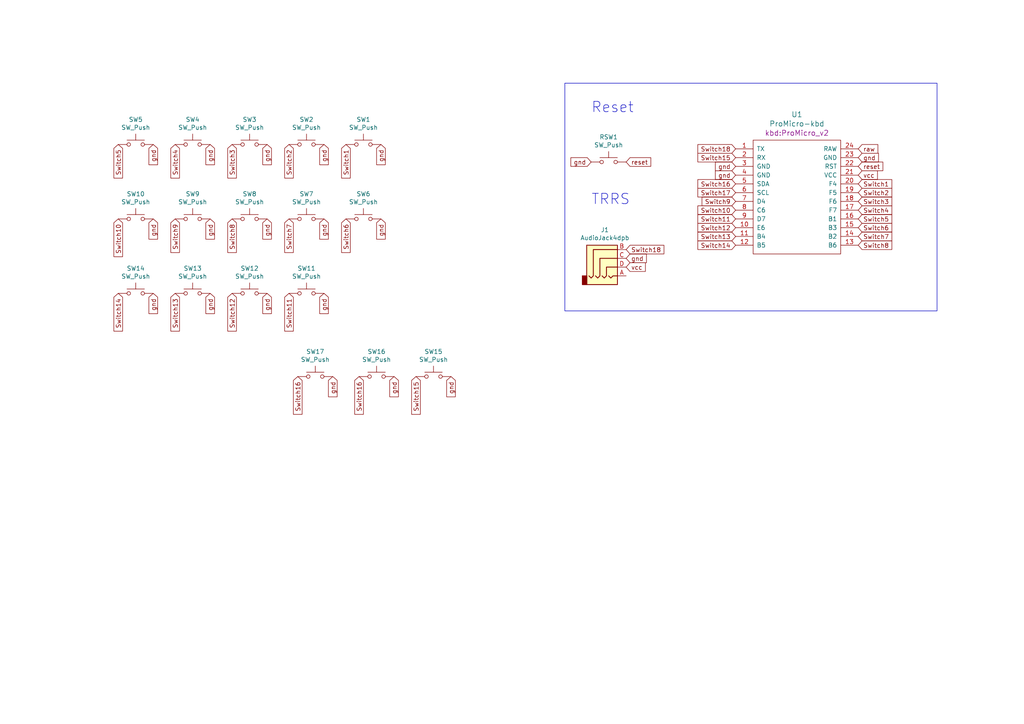
<source format=kicad_sch>
(kicad_sch (version 20230121) (generator eeschema)
  (paper "A4")
  (title_block (date "2024-03-04") (rev "0.1"))
  (lib_symbols
    (symbol "Switch:SW_Push" (pin_numbers hide) (pin_names (offset 1.016) hide)
      (property "Reference" "SW" (at 1.27 2.54 0))
      (property "Value" "SW_Push" (at 0 -1.524 0))
      (symbol "SW_Push_0_1"
        (circle (center -2.032 0) (radius 0.508))
        (polyline (pts (xy 0 1.27) (xy 0 3.048)))
        (polyline (pts (xy 2.54 1.27) (xy -2.54 1.27)))
        (circle (center 2.032 0) (radius 0.508))
        (pin passive line (at -5.08 0 0) (length 2.54) (name "1") (number "1"))
        (pin passive line (at 5.08 0 180) (length 2.54) (name "2") (number "2"))
      )
    )
    (symbol "half-swept-rescue:AudioJack4dpb-tokas_bp"
      (property "Reference" "J" (at 0 8.89 0))
      (property "Value" "AudioJack4dpb-tokas_bp" (at 0 6.35 0))
      (symbol "AudioJack4dpb-tokas_bp_0_1"
        (rectangle (start -6.35 -5.08) (end -7.62 -7.62) (stroke (width 0.254)) (fill (type outline)))
        (polyline (pts (xy 0 -5.08) (xy 0.635 -5.715) (xy 1.27 -5.08) (xy 2.54 -5.08)) (stroke (width 0.254)))
        (polyline (pts (xy -5.715 -5.08) (xy -5.08 -5.715) (xy -4.445 -5.08) (xy -4.445 2.54) (xy 2.54 2.54)) (stroke (width 0.254)))
        (polyline (pts (xy -1.905 -5.08) (xy -1.27 -5.715) (xy -0.635 -5.08) (xy -0.635 -2.54) (xy 2.54 -2.54)) (stroke (width 0.254)))
        (polyline (pts (xy 2.54 0) (xy -2.54 0) (xy -2.54 -5.08) (xy -3.175 -5.715) (xy -3.81 -5.08)) (stroke (width 0.254)))
        (rectangle (start 2.54 3.81) (end -6.35 -7.62) (stroke (width 0.254)) (fill (type background)))
      )
      (symbol "AudioJack4dpb-tokas_bp_1_1"
        (pin passive line (at 5.08 -5.08 180) (length 2.54) (name "~") (number "A"))
        (pin passive line (at 5.08 2.54 180) (length 2.54) (name "~") (number "B"))
        (pin passive line (at 5.08 0 180) (length 2.54) (name "~") (number "C"))
        (pin passive line (at 5.08 -2.54 180) (length 2.54) (name "~") (number "D"))
      )
    )
    (symbol "half-swept-rescue:ProMicro-kbd-bigblackpill-34key-rescue-sweepv2-rescue" (pin_names (offset 1.016))
      (property "Reference" "U" (at 0 24.13 0))
      (property "Value" "ProMicro-kbd-bigblackpill-34key-rescue-sweepv2-rescue" (at 0 -13.97 0))
      (symbol "ProMicro-kbd-bigblackpill-34key-rescue-sweepv2-rescue_0_1"
        (rectangle (start -12.7 21.59) (end 12.7 -11.43))
      )
      (symbol "ProMicro-kbd-bigblackpill-34key-rescue-sweepv2-rescue_1_1"
        (pin bidirectional line (at -17.78 19.05 0) (length 5.08) (name "TX") (number "1"))
        (pin bidirectional line (at -17.78 -3.81 0) (length 5.08) (name "E6") (number "10"))
        (pin bidirectional line (at -17.78 -6.35 0) (length 5.08) (name "B4") (number "11"))
        (pin bidirectional line (at -17.78 -8.89 0) (length 5.08) (name "B5") (number "12"))
        (pin bidirectional line (at 17.78 -8.89 180) (length 5.08) (name "B6") (number "13"))
        (pin bidirectional line (at 17.78 -6.35 180) (length 5.08) (name "B2") (number "14"))
        (pin bidirectional line (at 17.78 -3.81 180) (length 5.08) (name "B3") (number "15"))
        (pin bidirectional line (at 17.78 -1.27 180) (length 5.08) (name "B1") (number "16"))
        (pin bidirectional line (at 17.78 1.27 180) (length 5.08) (name "F7") (number "17"))
        (pin bidirectional line (at 17.78 3.81 180) (length 5.08) (name "F6") (number "18"))
        (pin bidirectional line (at 17.78 6.35 180) (length 5.08) (name "F5") (number "19"))
        (pin bidirectional line (at -17.78 16.51 0) (length 5.08) (name "RX") (number "2"))
        (pin bidirectional line (at 17.78 8.89 180) (length 5.08) (name "F4") (number "20"))
        (pin power_in line (at 17.78 11.43 180) (length 5.08) (name "VCC") (number "21"))
        (pin input line (at 17.78 13.97 180) (length 5.08) (name "RST") (number "22"))
        (pin power_in line (at 17.78 16.51 180) (length 5.08) (name "GND") (number "23"))
        (pin power_out line (at 17.78 19.05 180) (length 5.08) (name "RAW") (number "24"))
        (pin power_in line (at -17.78 13.97 0) (length 5.08) (name "GND") (number "3"))
        (pin power_in line (at -17.78 11.43 0) (length 5.08) (name "GND") (number "4"))
        (pin bidirectional line (at -17.78 8.89 0) (length 5.08) (name "SDA") (number "5"))
        (pin bidirectional line (at -17.78 6.35 0) (length 5.08) (name "SCL") (number "6"))
        (pin bidirectional line (at -17.78 3.81 0) (length 5.08) (name "D4") (number "7"))
        (pin bidirectional line (at -17.78 1.27 0) (length 5.08) (name "C6") (number "8"))
        (pin bidirectional line (at -17.78 -1.27 0) (length 5.08) (name "D7") (number "9"))
      )
    )
  )
  (rectangle (start 163.83 24.13) (end 271.78 90.17))
  (text "TRRS\n" (at 171.45 59.69 0) (effects (font (size 2.9972 2.9972)) (justify left bottom)))
  (text "Reset" (at 171.45 33.02 0) (effects (font (size 2.9972 2.9972)) (justify left bottom)))
  (global_label "Switch6" (shape input) (at 100.33 63.5 270) (property "Intersheetrefs" "${INTERSHEET_REFS}" (effects hide)))
  (global_label "gnd" (shape input) (at 93.98 85.09 270) (property "Intersheetrefs" "${INTERSHEET_REFS}" (effects hide)))
  (global_label "gnd" (shape input) (at 44.45 63.5 270) (property "Intersheetrefs" "${INTERSHEET_REFS}" (effects hide)))
  (global_label "Switch7" (shape input) (at 83.82 63.5 270) (property "Intersheetrefs" "${INTERSHEET_REFS}" (effects hide)))
  (global_label "gnd" (shape input) (at 213.36 48.26 180) (property "Intersheetrefs" "${INTERSHEET_REFS}" (effects hide)))
  (global_label "Switch8" (shape input) (at 67.31 63.5 270) (property "Intersheetrefs" "${INTERSHEET_REFS}" (effects hide)))
  (global_label "Switch12" (shape input) (at 213.36 66.04 180) (property "Intersheetrefs" "${INTERSHEET_REFS}" (effects hide)))
  (global_label "Switch16" (shape input) (at 104.14 109.22 270) (property "Intersheetrefs" "${INTERSHEET_REFS}" (effects hide)))
  (global_label "reset" (shape input) (at 248.92 48.26 0) (property "Intersheetrefs" "${INTERSHEET_REFS}" (effects hide)))
  (global_label "gnd" (shape input) (at 93.98 41.91 270) (property "Intersheetrefs" "${INTERSHEET_REFS}" (effects hide)))
  (global_label "gnd" (shape input) (at 110.49 63.5 270) (property "Intersheetrefs" "${INTERSHEET_REFS}" (effects hide)))
  (global_label "gnd" (shape input) (at 44.45 85.09 270) (property "Intersheetrefs" "${INTERSHEET_REFS}" (effects hide)))
  (global_label "Switch1" (shape input) (at 248.92 53.34 0) (property "Intersheetrefs" "${INTERSHEET_REFS}" (effects hide)))
  (global_label "Switch5" (shape input) (at 248.92 63.5 0) (property "Intersheetrefs" "${INTERSHEET_REFS}" (effects hide)))
  (global_label "Switch13" (shape input) (at 213.36 68.58 180) (property "Intersheetrefs" "${INTERSHEET_REFS}" (effects hide)))
  (global_label "Switch8" (shape input) (at 248.92 71.12 0) (property "Intersheetrefs" "${INTERSHEET_REFS}" (effects hide)))
  (global_label "Switch17" (shape input) (at 213.36 55.88 180) (property "Intersheetrefs" "${INTERSHEET_REFS}" (effects hide)))
  (global_label "raw" (shape input) (at 248.92 43.18 0) (property "Intersheetrefs" "${INTERSHEET_REFS}" (effects hide)))
  (global_label "Switch2" (shape input) (at 83.82 41.91 270) (property "Intersheetrefs" "${INTERSHEET_REFS}" (effects hide)))
  (global_label "Switch16" (shape input) (at 86.36 109.22 270) (property "Intersheetrefs" "${INTERSHEET_REFS}" (effects hide)))
  (global_label "vcc" (shape input) (at 248.92 50.8 0) (property "Intersheetrefs" "${INTERSHEET_REFS}" (effects hide)))
  (global_label "gnd" (shape input) (at 60.96 41.91 270) (property "Intersheetrefs" "${INTERSHEET_REFS}" (effects hide)))
  (global_label "gnd" (shape input) (at 171.45 46.99 180) (property "Intersheetrefs" "${INTERSHEET_REFS}" (effects hide)))
  (global_label "gnd" (shape input) (at 77.47 63.5 270) (property "Intersheetrefs" "${INTERSHEET_REFS}" (effects hide)))
  (global_label "reset" (shape input) (at 181.61 46.99 0) (property "Intersheetrefs" "${INTERSHEET_REFS}" (effects hide)))
  (global_label "Switch6" (shape input) (at 248.92 66.04 0) (property "Intersheetrefs" "${INTERSHEET_REFS}" (effects hide)))
  (global_label "Switch1" (shape input) (at 100.33 41.91 270) (property "Intersheetrefs" "${INTERSHEET_REFS}" (effects hide)))
  (global_label "gnd" (shape input) (at 130.81 109.22 270) (property "Intersheetrefs" "${INTERSHEET_REFS}" (effects hide)))
  (global_label "gnd" (shape input) (at 93.98 63.5 270) (property "Intersheetrefs" "${INTERSHEET_REFS}" (effects hide)))
  (global_label "Switch3" (shape input) (at 248.92 58.42 0) (property "Intersheetrefs" "${INTERSHEET_REFS}" (effects hide)))
  (global_label "Switch15" (shape input) (at 213.36 45.72 180) (property "Intersheetrefs" "${INTERSHEET_REFS}" (effects hide)))
  (global_label "gnd" (shape input) (at 181.61 74.93 0) (property "Intersheetrefs" "${INTERSHEET_REFS}" (effects hide)))
  (global_label "Switch2" (shape input) (at 248.92 55.88 0) (property "Intersheetrefs" "${INTERSHEET_REFS}" (effects hide)))
  (global_label "vcc" (shape input) (at 181.61 77.47 0) (property "Intersheetrefs" "${INTERSHEET_REFS}" (effects hide)))
  (global_label "Switch9" (shape input) (at 213.36 58.42 180) (property "Intersheetrefs" "${INTERSHEET_REFS}" (effects hide)))
  (global_label "Switch5" (shape input) (at 34.29 41.91 270) (property "Intersheetrefs" "${INTERSHEET_REFS}" (effects hide)))
  (global_label "gnd" (shape input) (at 248.92 45.72 0) (property "Intersheetrefs" "${INTERSHEET_REFS}" (effects hide)))
  (global_label "Switch14" (shape input) (at 34.29 85.09 270) (property "Intersheetrefs" "${INTERSHEET_REFS}" (effects hide)))
  (global_label "Switch11" (shape input) (at 83.82 85.09 270) (property "Intersheetrefs" "${INTERSHEET_REFS}" (effects hide)))
  (global_label "Switch18" (shape input) (at 181.61 72.39 0) (property "Intersheetrefs" "${INTERSHEET_REFS}" (effects hide)))
  (global_label "gnd" (shape input) (at 60.96 63.5 270) (property "Intersheetrefs" "${INTERSHEET_REFS}" (effects hide)))
  (global_label "Switch4" (shape input) (at 248.92 60.96 0) (property "Intersheetrefs" "${INTERSHEET_REFS}" (effects hide)))
  (global_label "Switch9" (shape input) (at 50.8 63.5 270) (property "Intersheetrefs" "${INTERSHEET_REFS}" (effects hide)))
  (global_label "Switch10" (shape input) (at 34.29 63.5 270) (property "Intersheetrefs" "${INTERSHEET_REFS}" (effects hide)))
  (global_label "Switch18" (shape input) (at 213.36 43.18 180) (property "Intersheetrefs" "${INTERSHEET_REFS}" (effects hide)))
  (global_label "Switch7" (shape input) (at 248.92 68.58 0) (property "Intersheetrefs" "${INTERSHEET_REFS}" (effects hide)))
  (global_label "gnd" (shape input) (at 96.52 109.22 270) (property "Intersheetrefs" "${INTERSHEET_REFS}" (effects hide)))
  (global_label "Switch15" (shape input) (at 120.65 109.22 270) (property "Intersheetrefs" "${INTERSHEET_REFS}" (effects hide)))
  (global_label "Switch4" (shape input) (at 50.8 41.91 270) (property "Intersheetrefs" "${INTERSHEET_REFS}" (effects hide)))
  (global_label "Switch10" (shape input) (at 213.36 60.96 180) (property "Intersheetrefs" "${INTERSHEET_REFS}" (effects hide)))
  (global_label "Switch16" (shape input) (at 213.36 53.34 180) (property "Intersheetrefs" "${INTERSHEET_REFS}" (effects hide)))
  (global_label "Switch13" (shape input) (at 50.8 85.09 270) (property "Intersheetrefs" "${INTERSHEET_REFS}" (effects hide)))
  (global_label "Switch11" (shape input) (at 213.36 63.5 180) (property "Intersheetrefs" "${INTERSHEET_REFS}" (effects hide)))
  (global_label "gnd" (shape input) (at 110.49 41.91 270) (property "Intersheetrefs" "${INTERSHEET_REFS}" (effects hide)))
  (global_label "gnd" (shape input) (at 77.47 85.09 270) (property "Intersheetrefs" "${INTERSHEET_REFS}" (effects hide)))
  (global_label "Switch3" (shape input) (at 67.31 41.91 270) (property "Intersheetrefs" "${INTERSHEET_REFS}" (effects hide)))
  (global_label "gnd" (shape input) (at 213.36 50.8 180) (property "Intersheetrefs" "${INTERSHEET_REFS}" (effects hide)))
  (global_label "Switch14" (shape input) (at 213.36 71.12 180) (property "Intersheetrefs" "${INTERSHEET_REFS}" (effects hide)))
  (global_label "Switch12" (shape input) (at 67.31 85.09 270) (property "Intersheetrefs" "${INTERSHEET_REFS}" (effects hide)))
  (global_label "gnd" (shape input) (at 60.96 85.09 270) (property "Intersheetrefs" "${INTERSHEET_REFS}" (effects hide)))
  (global_label "gnd" (shape input) (at 114.3 109.22 270) (property "Intersheetrefs" "${INTERSHEET_REFS}" (effects hide)))
  (global_label "gnd" (shape input) (at 77.47 41.91 270) (property "Intersheetrefs" "${INTERSHEET_REFS}" (effects hide)))
  (global_label "gnd" (shape input) (at 44.45 41.91 270) (property "Intersheetrefs" "${INTERSHEET_REFS}" (effects hide)))
  (symbol (lib_id "Switch:SW_Push") (at 55.88 85.09 0) (unit 1)
    (property "Reference" "SW13" (at 55.88 77.851 0))
    (property "Value" "SW_Push" (at 55.88 80.1624 0))
    (property "Footprint" "Kailh:SW_PG1350_rev_DPB" (effects hide))
  )
  (symbol (lib_id "Switch:SW_Push") (at 72.39 85.09 0) (unit 1)
    (property "Reference" "SW12" (at 72.39 77.851 0))
    (property "Value" "SW_Push" (at 72.39 80.1624 0))
    (property "Footprint" "Kailh:SW_PG1350_rev_DPB" (effects hide))
  )
  (symbol (lib_id "Switch:SW_Push") (at 109.22 109.22 0) (unit 1)
    (property "Reference" "SW16" (at 109.22 101.981 0))
    (property "Value" "SW_Push" (at 109.22 104.2924 0))
    (property "Footprint" "Kailh:SW_PG1350_rev_DPB" (effects hide))
  )
  (symbol (lib_id "Switch:SW_Push") (at 125.73 109.22 0) (unit 1)
    (property "Reference" "SW15" (at 125.73 101.981 0))
    (property "Value" "SW_Push" (at 125.73 104.2924 0))
    (property "Footprint" "Kailh:SW_PG1350_rev_DPB" (effects hide))
  )
  (symbol (lib_id "Switch:SW_Push") (at 88.9 41.91 0) (unit 1)
    (property "Reference" "SW2" (at 88.9 34.671 0))
    (property "Value" "SW_Push" (at 88.9 36.9824 0))
    (property "Footprint" "Kailh:SW_PG1350_rev_DPB" (effects hide))
  )
  (symbol (lib_id "half-swept-rescue:AudioJack4dpb-tokas_bp") (at 176.53 74.93 0) (unit 1)
    (property "Reference" "J1" (at 175.4378 66.675 0))
    (property "Value" "AudioJack4dpb" (at 175.4378 68.9864 0))
    (property "Footprint" "kbd:MJ-4PP-9" (effects hide))
  )
  (symbol (lib_id "Switch:SW_Push") (at 39.37 85.09 0) (unit 1)
    (property "Reference" "SW14" (at 39.37 77.851 0))
    (property "Value" "SW_Push" (at 39.37 80.1624 0))
    (property "Footprint" "Kailh:SW_PG1350_rev_DPB" (effects hide))
  )
  (symbol (lib_id "Switch:SW_Push") (at 55.88 41.91 0) (unit 1)
    (property "Reference" "SW4" (at 55.88 34.671 0))
    (property "Value" "SW_Push" (at 55.88 36.9824 0))
    (property "Footprint" "Kailh:SW_PG1350_rev_DPB" (effects hide))
  )
  (symbol (lib_id "Switch:SW_Push") (at 105.41 41.91 0) (unit 1)
    (property "Reference" "SW1" (at 105.41 34.671 0))
    (property "Value" "SW_Push" (at 105.41 36.9824 0))
    (property "Footprint" "Kailh:SW_PG1350_rev_DPB" (effects hide))
  )
  (symbol (lib_id "Switch:SW_Push") (at 72.39 41.91 0) (unit 1)
    (property "Reference" "SW3" (at 72.39 34.671 0))
    (property "Value" "SW_Push" (at 72.39 36.9824 0))
    (property "Footprint" "Kailh:SW_PG1350_rev_DPB" (effects hide))
  )
  (symbol (lib_id "Switch:SW_Push") (at 39.37 41.91 0) (unit 1)
    (property "Reference" "SW5" (at 39.37 34.671 0))
    (property "Value" "SW_Push" (at 39.37 36.9824 0))
    (property "Footprint" "Kailh:SW_PG1350_rev_DPB" (effects hide))
  )
  (symbol (lib_id "Switch:SW_Push") (at 55.88 63.5 0) (unit 1)
    (property "Reference" "SW9" (at 55.88 56.261 0))
    (property "Value" "SW_Push" (at 55.88 58.5724 0))
    (property "Footprint" "Kailh:SW_PG1350_rev_DPB" (effects hide))
  )
  (symbol (lib_id "half-swept-rescue:ProMicro-kbd-bigblackpill-34key-rescue-sweepv2-rescue") (at 231.14 62.23 0) (unit 1)
    (property "Reference" "U1" (at 231.14 33.1978 0) (effects (font (size 1.524 1.524))))
    (property "Value" "ProMicro-kbd" (at 231.14 35.8902 0) (effects (font (size 1.524 1.524))))
    (property "Footprint" "kbd:ProMicro_v2" (at 231.14 38.5826 0) (effects (font (size 1.524 1.524))))
  )
  (symbol (lib_id "Switch:SW_Push") (at 39.37 63.5 0) (unit 1)
    (property "Reference" "SW10" (at 39.37 56.261 0))
    (property "Value" "SW_Push" (at 39.37 58.5724 0))
    (property "Footprint" "Kailh:SW_PG1350_rev_DPB" (effects hide))
  )
  (symbol (lib_id "Switch:SW_Push") (at 88.9 85.09 0) (unit 1)
    (property "Reference" "SW11" (at 88.9 77.851 0))
    (property "Value" "SW_Push" (at 88.9 80.1624 0))
    (property "Footprint" "Kailh:SW_PG1350_rev_DPB" (effects hide))
  )
  (symbol (lib_id "Switch:SW_Push") (at 105.41 63.5 0) (unit 1)
    (property "Reference" "SW6" (at 105.41 56.261 0))
    (property "Value" "SW_Push" (at 105.41 58.5724 0))
    (property "Footprint" "Kailh:SW_PG1350_rev_DPB" (effects hide))
  )
  (symbol (lib_id "Switch:SW_Push") (at 88.9 63.5 0) (unit 1)
    (property "Reference" "SW7" (at 88.9 56.261 0))
    (property "Value" "SW_Push" (at 88.9 58.5724 0))
    (property "Footprint" "Kailh:SW_PG1350_rev_DPB" (effects hide))
  )
  (symbol (lib_id "Switch:SW_Push") (at 176.53 46.99 0) (unit 1)
    (property "Reference" "RSW1" (at 176.53 39.751 0))
    (property "Value" "SW_Push" (at 176.53 42.0624 0))
    (property "Footprint" "kbd:ResetSW" (effects hide))
  )
  (symbol (lib_id "Switch:SW_Push") (at 91.44 109.22 0) (unit 1)
    (property "Reference" "SW17" (at 91.44 101.981 0))
    (property "Value" "SW_Push" (at 91.44 104.2924 0))
    (property "Footprint" "Kailh:SW_PG1350_rev_DPB" (effects hide))
  )
  (symbol (lib_id "Switch:SW_Push") (at 72.39 63.5 0) (unit 1)
    (property "Reference" "SW8" (at 72.39 56.261 0))
    (property "Value" "SW_Push" (at 72.39 58.5724 0))
    (property "Footprint" "Kailh:SW_PG1350_rev_DPB" (effects hide))
  )
)
</source>
